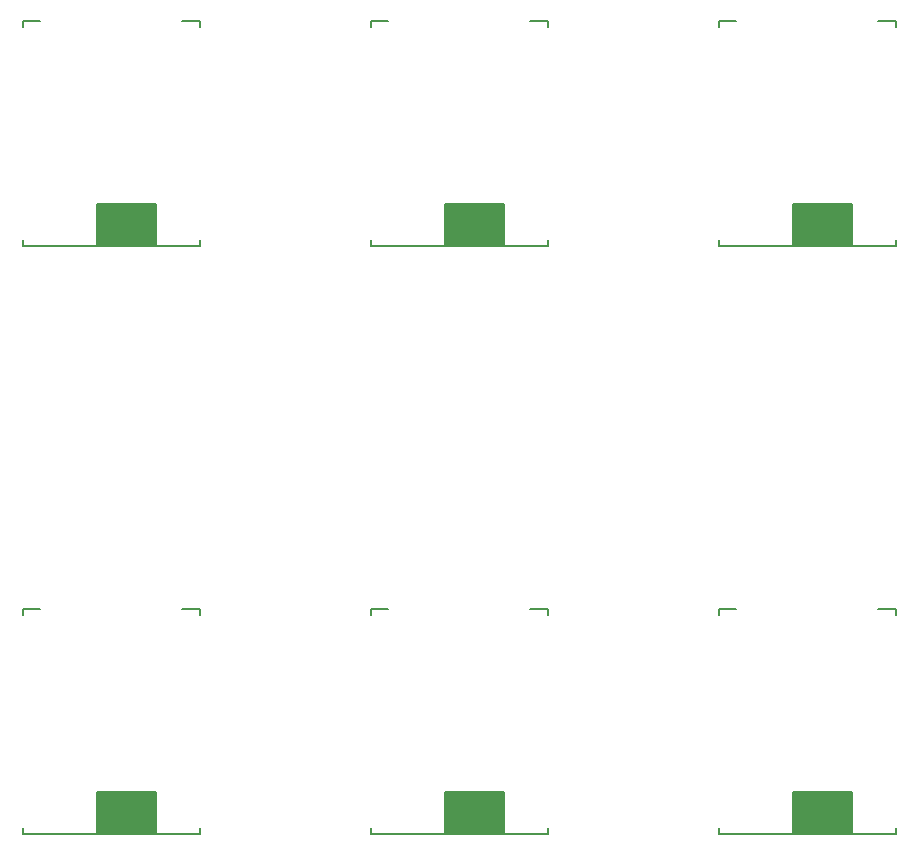
<source format=gbr>
G04 #@! TF.GenerationSoftware,KiCad,Pcbnew,5.0.0-rc2-dev-unknown-ce1bd4c~62~ubuntu16.04.1*
G04 #@! TF.CreationDate,2018-03-08T22:04:42+01:00*
G04 #@! TF.ProjectId,BM23_multi,424D32335F6D756C74692E6B69636164,rev?*
G04 #@! TF.SameCoordinates,Original*
G04 #@! TF.FileFunction,Legend,Bot*
G04 #@! TF.FilePolarity,Positive*
%FSLAX46Y46*%
G04 Gerber Fmt 4.6, Leading zero omitted, Abs format (unit mm)*
G04 Created by KiCad (PCBNEW 5.0.0-rc2-dev-unknown-ce1bd4c~62~ubuntu16.04.1) date Thu Mar  8 22:04:42 2018*
%MOMM*%
%LPD*%
G01*
G04 APERTURE LIST*
%ADD10C,0.150000*%
G04 APERTURE END LIST*
D10*
X231408000Y-154848000D02*
X231408000Y-154348000D01*
X231408000Y-154348000D02*
X229908000Y-154348000D01*
X216408000Y-154848000D02*
X216408000Y-154348000D01*
X216408000Y-154348000D02*
X217908000Y-154348000D01*
X216408000Y-172848000D02*
X216408000Y-173348000D01*
X216408000Y-173348000D02*
X231408000Y-173348000D01*
X231408000Y-173348000D02*
X231408000Y-172848000D01*
X222708000Y-173348000D02*
X222708000Y-169848000D01*
X222708000Y-169848000D02*
X227708000Y-169848000D01*
X227708000Y-169848000D02*
X227708000Y-173348000D01*
G36*
X222708000Y-173348000D02*
X227708000Y-173348000D01*
X227708000Y-169848000D01*
X222708000Y-169848000D01*
X222708000Y-173348000D01*
G37*
X222708000Y-173348000D02*
X227708000Y-173348000D01*
X227708000Y-169848000D01*
X222708000Y-169848000D01*
X222708000Y-173348000D01*
X201944000Y-154848000D02*
X201944000Y-154348000D01*
X201944000Y-154348000D02*
X200444000Y-154348000D01*
X186944000Y-154848000D02*
X186944000Y-154348000D01*
X186944000Y-154348000D02*
X188444000Y-154348000D01*
X186944000Y-172848000D02*
X186944000Y-173348000D01*
X186944000Y-173348000D02*
X201944000Y-173348000D01*
X201944000Y-173348000D02*
X201944000Y-172848000D01*
X193244000Y-173348000D02*
X193244000Y-169848000D01*
X193244000Y-169848000D02*
X198244000Y-169848000D01*
X198244000Y-169848000D02*
X198244000Y-173348000D01*
G36*
X193244000Y-173348000D02*
X198244000Y-173348000D01*
X198244000Y-169848000D01*
X193244000Y-169848000D01*
X193244000Y-173348000D01*
G37*
X193244000Y-173348000D02*
X198244000Y-173348000D01*
X198244000Y-169848000D01*
X193244000Y-169848000D01*
X193244000Y-173348000D01*
X172480000Y-154848000D02*
X172480000Y-154348000D01*
X172480000Y-154348000D02*
X170980000Y-154348000D01*
X157480000Y-154848000D02*
X157480000Y-154348000D01*
X157480000Y-154348000D02*
X158980000Y-154348000D01*
X157480000Y-172848000D02*
X157480000Y-173348000D01*
X157480000Y-173348000D02*
X172480000Y-173348000D01*
X172480000Y-173348000D02*
X172480000Y-172848000D01*
X163780000Y-173348000D02*
X163780000Y-169848000D01*
X163780000Y-169848000D02*
X168780000Y-169848000D01*
X168780000Y-169848000D02*
X168780000Y-173348000D01*
G36*
X163780000Y-173348000D02*
X168780000Y-173348000D01*
X168780000Y-169848000D01*
X163780000Y-169848000D01*
X163780000Y-173348000D01*
G37*
X163780000Y-173348000D02*
X168780000Y-173348000D01*
X168780000Y-169848000D01*
X163780000Y-169848000D01*
X163780000Y-173348000D01*
X231408000Y-105064000D02*
X231408000Y-104564000D01*
X231408000Y-104564000D02*
X229908000Y-104564000D01*
X216408000Y-105064000D02*
X216408000Y-104564000D01*
X216408000Y-104564000D02*
X217908000Y-104564000D01*
X216408000Y-123064000D02*
X216408000Y-123564000D01*
X216408000Y-123564000D02*
X231408000Y-123564000D01*
X231408000Y-123564000D02*
X231408000Y-123064000D01*
X222708000Y-123564000D02*
X222708000Y-120064000D01*
X222708000Y-120064000D02*
X227708000Y-120064000D01*
X227708000Y-120064000D02*
X227708000Y-123564000D01*
G36*
X222708000Y-123564000D02*
X227708000Y-123564000D01*
X227708000Y-120064000D01*
X222708000Y-120064000D01*
X222708000Y-123564000D01*
G37*
X222708000Y-123564000D02*
X227708000Y-123564000D01*
X227708000Y-120064000D01*
X222708000Y-120064000D01*
X222708000Y-123564000D01*
X201944000Y-105064000D02*
X201944000Y-104564000D01*
X201944000Y-104564000D02*
X200444000Y-104564000D01*
X186944000Y-105064000D02*
X186944000Y-104564000D01*
X186944000Y-104564000D02*
X188444000Y-104564000D01*
X186944000Y-123064000D02*
X186944000Y-123564000D01*
X186944000Y-123564000D02*
X201944000Y-123564000D01*
X201944000Y-123564000D02*
X201944000Y-123064000D01*
X193244000Y-123564000D02*
X193244000Y-120064000D01*
X193244000Y-120064000D02*
X198244000Y-120064000D01*
X198244000Y-120064000D02*
X198244000Y-123564000D01*
G36*
X193244000Y-123564000D02*
X198244000Y-123564000D01*
X198244000Y-120064000D01*
X193244000Y-120064000D01*
X193244000Y-123564000D01*
G37*
X193244000Y-123564000D02*
X198244000Y-123564000D01*
X198244000Y-120064000D01*
X193244000Y-120064000D01*
X193244000Y-123564000D01*
G36*
X163780000Y-123564000D02*
X168780000Y-123564000D01*
X168780000Y-120064000D01*
X163780000Y-120064000D01*
X163780000Y-123564000D01*
G37*
X163780000Y-123564000D02*
X168780000Y-123564000D01*
X168780000Y-120064000D01*
X163780000Y-120064000D01*
X163780000Y-123564000D01*
X168780000Y-120064000D02*
X168780000Y-123564000D01*
X163780000Y-120064000D02*
X168780000Y-120064000D01*
X163780000Y-123564000D02*
X163780000Y-120064000D01*
X172480000Y-123564000D02*
X172480000Y-123064000D01*
X157480000Y-123564000D02*
X172480000Y-123564000D01*
X157480000Y-123064000D02*
X157480000Y-123564000D01*
X157480000Y-104564000D02*
X158980000Y-104564000D01*
X157480000Y-105064000D02*
X157480000Y-104564000D01*
X172480000Y-104564000D02*
X170980000Y-104564000D01*
X172480000Y-105064000D02*
X172480000Y-104564000D01*
M02*

</source>
